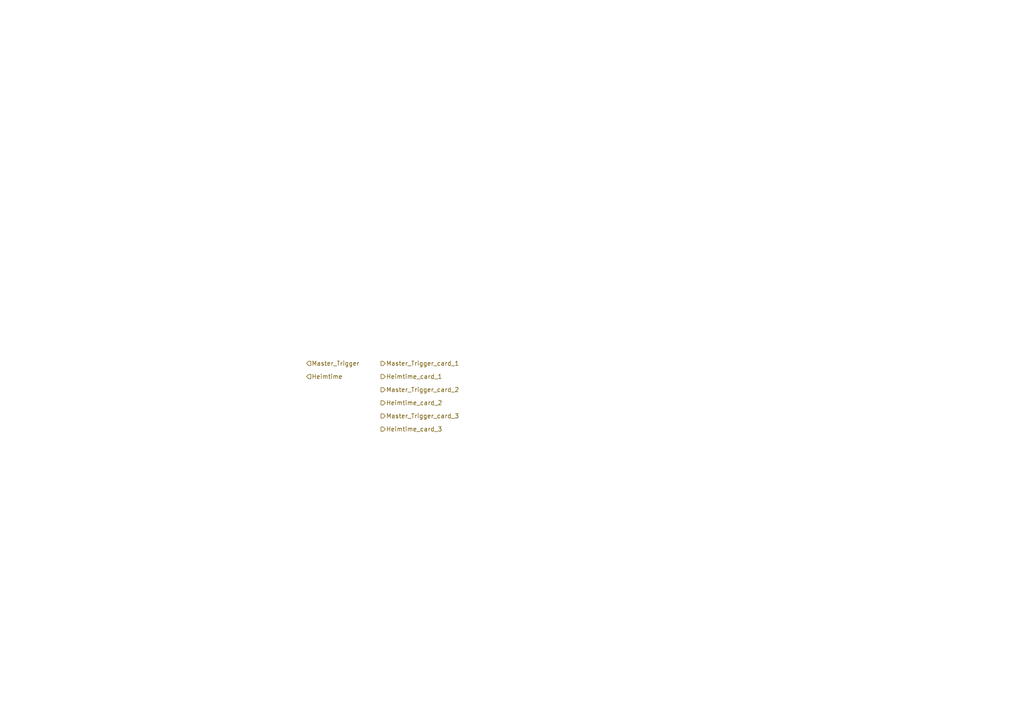
<source format=kicad_sch>
(kicad_sch
	(version 20250114)
	(generator "eeschema")
	(generator_version "9.0")
	(uuid "b2380903-f547-4665-a4b3-d52deef0a042")
	(paper "A4")
	(lib_symbols)
	(hierarchical_label "Heimtime"
		(shape input)
		(at 88.9 109.22 0)
		(effects
			(font
				(size 1.27 1.27)
			)
			(justify left)
		)
		(uuid "0300c50c-27fa-455a-9d7a-712eee98e568")
	)
	(hierarchical_label "Heimtime_card_1"
		(shape output)
		(at 110.49 109.22 0)
		(effects
			(font
				(size 1.27 1.27)
			)
			(justify left)
		)
		(uuid "4f5d5c0d-c720-4bed-9dc8-36abe93b5fe1")
	)
	(hierarchical_label "Heimtime_card_2"
		(shape output)
		(at 110.49 116.84 0)
		(effects
			(font
				(size 1.27 1.27)
			)
			(justify left)
		)
		(uuid "66829d20-d822-4bf3-aafa-973d47a5e868")
	)
	(hierarchical_label "Master_Trigger"
		(shape input)
		(at 88.9 105.41 0)
		(effects
			(font
				(size 1.27 1.27)
			)
			(justify left)
		)
		(uuid "78eb85cd-dff0-4bbf-9422-95d040523c28")
	)
	(hierarchical_label "Master_Trigger_card_3"
		(shape output)
		(at 110.49 120.65 0)
		(effects
			(font
				(size 1.27 1.27)
			)
			(justify left)
		)
		(uuid "93e86b5e-a844-4728-a718-460ba63ce9ad")
	)
	(hierarchical_label "Heimtime_card_3"
		(shape output)
		(at 110.49 124.46 0)
		(effects
			(font
				(size 1.27 1.27)
			)
			(justify left)
		)
		(uuid "d5ae80ae-8ec8-4fe8-a667-80b476ce9366")
	)
	(hierarchical_label "Master_Trigger_card_1"
		(shape output)
		(at 110.49 105.41 0)
		(effects
			(font
				(size 1.27 1.27)
			)
			(justify left)
		)
		(uuid "d5d0f868-712f-4b8b-826e-035f724c5e6a")
	)
	(hierarchical_label "Master_Trigger_card_2"
		(shape output)
		(at 110.49 113.03 0)
		(effects
			(font
				(size 1.27 1.27)
			)
			(justify left)
		)
		(uuid "ffebf08f-7653-4e2d-b84e-ec62e2c60cd5")
	)
)

</source>
